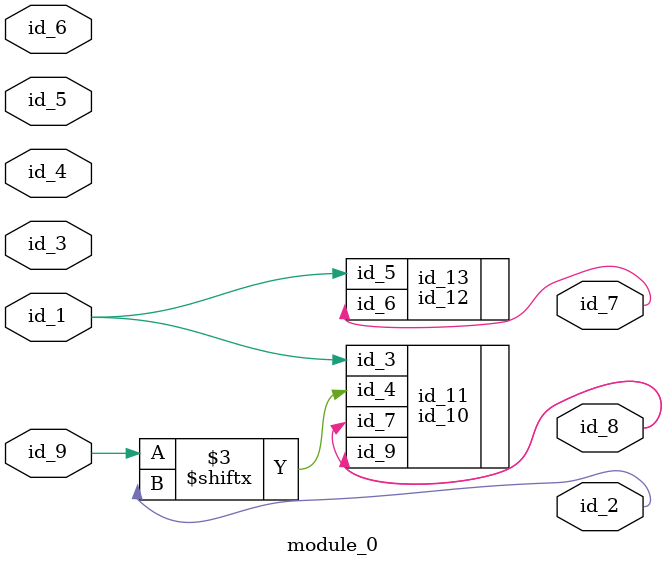
<source format=v>
`timescale 1ps / 1ps
module module_0 (
    id_1,
    id_2,
    id_3,
    id_4,
    id_5,
    id_6,
    id_7,
    id_8,
    id_9
);
  input id_9;
  output id_8;
  output id_7;
  input id_6;
  input id_5;
  input id_4;
  input id_3;
  output id_2;
  input id_1;
  id_10 id_11 (
      .id_9(id_8),
      .id_3(id_1),
      .id_7(id_4 == (id_4) & id_8),
      .id_4(id_9[id_2])
  );
  id_12 id_13 (
      .id_6(id_7),
      .id_5(id_1)
  );
  id_14 id_15 (
      .id_5(id_5),
      .id_7(id_6)
  );
endmodule

</source>
